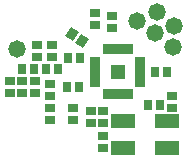
<source format=gbr>
G04 EAGLE Gerber RS-274X export*
G75*
%MOMM*%
%FSLAX34Y34*%
%LPD*%
%INSoldermask Top*%
%IPPOS*%
%AMOC8*
5,1,8,0,0,1.08239X$1,22.5*%
G01*
%ADD10R,0.803200X0.903200*%
%ADD11R,0.903200X0.803200*%
%ADD12R,1.203200X1.203200*%
%ADD13R,0.503200X0.853200*%
%ADD14R,0.853200X0.503200*%
%ADD15R,2.103200X1.303200*%
%ADD16C,1.473200*%


D10*
X128350Y52070D03*
X138350Y52070D03*
D11*
X90170Y15320D03*
X90170Y25320D03*
X148590Y49610D03*
X148590Y59610D03*
D10*
X51990Y82550D03*
X41990Y82550D03*
D11*
X33020Y62310D03*
X33020Y72310D03*
X34290Y92790D03*
X34290Y102790D03*
X21590Y72310D03*
X21590Y62310D03*
X11430Y72310D03*
X11430Y62310D03*
X45720Y49450D03*
X45720Y39450D03*
D10*
X69770Y67310D03*
X59770Y67310D03*
D11*
X80010Y36910D03*
X80010Y46910D03*
X64770Y49450D03*
X64770Y39450D03*
X83820Y119460D03*
X83820Y129460D03*
D10*
X134700Y80010D03*
X144700Y80010D03*
G36*
X71825Y112511D02*
X78613Y108219D01*
X73787Y100585D01*
X66999Y104877D01*
X71825Y112511D01*
G37*
G36*
X63373Y117855D02*
X70161Y113563D01*
X65335Y105929D01*
X58547Y110221D01*
X63373Y117855D01*
G37*
X71040Y91440D03*
X61040Y91440D03*
D11*
X97790Y116920D03*
X97790Y126920D03*
X46990Y92790D03*
X46990Y102790D03*
X45720Y59770D03*
X45720Y69770D03*
D10*
X31670Y82550D03*
X21670Y82550D03*
D11*
X90170Y36910D03*
X90170Y46910D03*
D12*
X102870Y80010D03*
D13*
X112870Y99010D03*
D14*
X121870Y90010D03*
X121870Y85010D03*
X121870Y80010D03*
X121870Y75010D03*
X121870Y70010D03*
D13*
X112870Y61010D03*
X107870Y61010D03*
X102870Y61010D03*
X97870Y61010D03*
X92870Y61010D03*
D14*
X83870Y70010D03*
X83870Y75010D03*
X83870Y80010D03*
X83870Y85010D03*
X83870Y90010D03*
D13*
X107870Y99010D03*
X102870Y99010D03*
X97870Y99010D03*
X92870Y99010D03*
D15*
X107230Y15170D03*
X144230Y38170D03*
X107230Y38170D03*
X144230Y15170D03*
D16*
X17780Y99060D03*
X150778Y118616D03*
X149710Y101507D03*
X134123Y112626D03*
X135885Y130357D03*
X119380Y123190D03*
M02*

</source>
